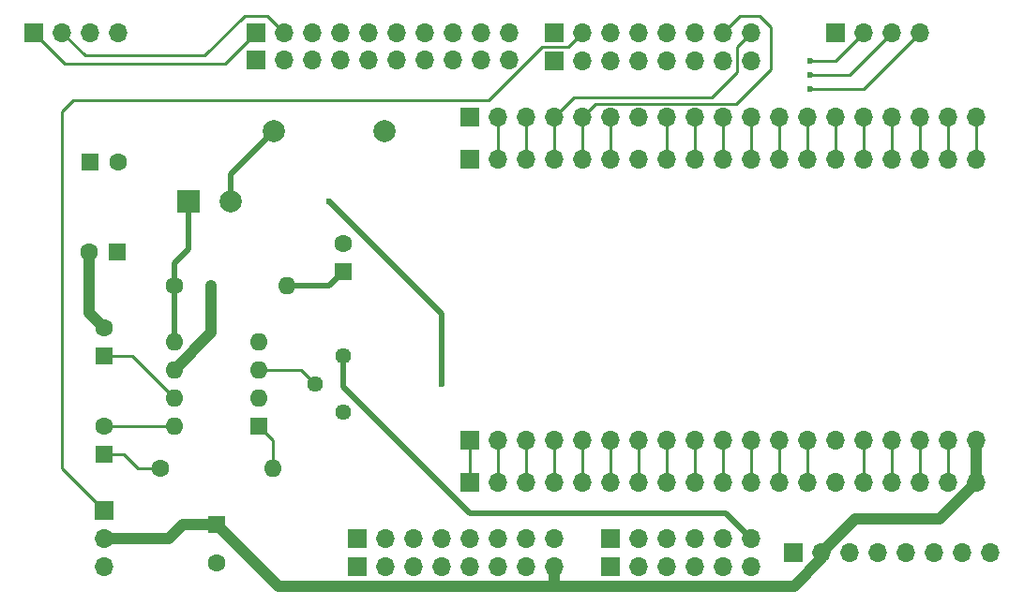
<source format=gbr>
%TF.GenerationSoftware,KiCad,Pcbnew,8.0.8*%
%TF.CreationDate,2025-03-25T01:40:29-04:00*%
%TF.ProjectId,SmartValvePCBv2,536d6172-7456-4616-9c76-655043427632,rev?*%
%TF.SameCoordinates,Original*%
%TF.FileFunction,Copper,L1,Top*%
%TF.FilePolarity,Positive*%
%FSLAX46Y46*%
G04 Gerber Fmt 4.6, Leading zero omitted, Abs format (unit mm)*
G04 Created by KiCad (PCBNEW 8.0.8) date 2025-03-25 01:40:29*
%MOMM*%
%LPD*%
G01*
G04 APERTURE LIST*
%TA.AperFunction,ComponentPad*%
%ADD10R,1.700000X1.700000*%
%TD*%
%TA.AperFunction,ComponentPad*%
%ADD11O,1.700000X1.700000*%
%TD*%
%TA.AperFunction,ComponentPad*%
%ADD12C,1.440000*%
%TD*%
%TA.AperFunction,ComponentPad*%
%ADD13R,1.600000X1.600000*%
%TD*%
%TA.AperFunction,ComponentPad*%
%ADD14C,1.600000*%
%TD*%
%TA.AperFunction,ComponentPad*%
%ADD15O,1.600000X1.600000*%
%TD*%
%TA.AperFunction,ComponentPad*%
%ADD16C,2.000000*%
%TD*%
%TA.AperFunction,ComponentPad*%
%ADD17R,2.000000X2.000000*%
%TD*%
%TA.AperFunction,ViaPad*%
%ADD18C,0.600000*%
%TD*%
%TA.AperFunction,Conductor*%
%ADD19C,1.000000*%
%TD*%
%TA.AperFunction,Conductor*%
%ADD20C,0.250000*%
%TD*%
%TA.AperFunction,Conductor*%
%ADD21C,0.500000*%
%TD*%
G04 APERTURE END LIST*
D10*
%TO.P,J1,1,Pin_1*%
%TO.N,unconnected-(J1-Pin_1-Pad1)*%
X127940000Y-97460000D03*
D11*
%TO.P,J1,2,Pin_2*%
%TO.N,/IOREF*%
X130480000Y-97460000D03*
%TO.P,J1,3,Pin_3*%
%TO.N,/~{RESET}*%
X133020000Y-97460000D03*
%TO.P,J1,4,Pin_4*%
%TO.N,+3V3*%
X135560000Y-97460000D03*
%TO.P,J1,5,Pin_5*%
%TO.N,+5V*%
X138100000Y-97460000D03*
%TO.P,J1,6,Pin_6*%
%TO.N,GND*%
X140640000Y-97460000D03*
%TO.P,J1,7,Pin_7*%
X143180000Y-97460000D03*
%TO.P,J1,8,Pin_8*%
%TO.N,VCC*%
X145720000Y-97460000D03*
%TD*%
D10*
%TO.P,J3,1,Pin_1*%
%TO.N,/A0*%
X150800000Y-97460000D03*
D11*
%TO.P,J3,2,Pin_2*%
%TO.N,/A1*%
X153340000Y-97460000D03*
%TO.P,J3,3,Pin_3*%
%TO.N,/A2*%
X155880000Y-97460000D03*
%TO.P,J3,4,Pin_4*%
%TO.N,/A3*%
X158420000Y-97460000D03*
%TO.P,J3,5,Pin_5*%
%TO.N,N/C*%
X160960000Y-97460000D03*
%TO.P,J3,6,Pin_6*%
X163500000Y-97460000D03*
%TD*%
D10*
%TO.P,J2,1,Pin_1*%
%TO.N,scl_p*%
X118796000Y-49200000D03*
D11*
%TO.P,J2,2,Pin_2*%
%TO.N,sda_p*%
X121336000Y-49200000D03*
%TO.P,J2,3,Pin_3*%
%TO.N,/AREF*%
X123876000Y-49200000D03*
%TO.P,J2,4,Pin_4*%
%TO.N,GND*%
X126416000Y-49200000D03*
%TO.P,J2,5,Pin_5*%
%TO.N,/13*%
X128956000Y-49200000D03*
%TO.P,J2,6,Pin_6*%
%TO.N,/12*%
X131496000Y-49200000D03*
%TO.P,J2,7,Pin_7*%
%TO.N,/\u002A11*%
X134036000Y-49200000D03*
%TO.P,J2,8,Pin_8*%
%TO.N,blue*%
X136576000Y-49200000D03*
%TO.P,J2,9,Pin_9*%
%TO.N,green*%
X139116000Y-49200000D03*
%TO.P,J2,10,Pin_10*%
%TO.N,red*%
X141656000Y-49200000D03*
%TD*%
D10*
%TO.P,J4,1,Pin_1*%
%TO.N,/7*%
X145720000Y-49200000D03*
D11*
%TO.P,J4,2,Pin_2*%
%TO.N,PTC2*%
X148260000Y-49200000D03*
%TO.P,J4,3,Pin_3*%
%TO.N,/\u002A5*%
X150800000Y-49200000D03*
%TO.P,J4,4,Pin_4*%
%TO.N,/4*%
X153340000Y-49200000D03*
%TO.P,J4,5,Pin_5*%
%TO.N,/\u002A3*%
X155880000Y-49200000D03*
%TO.P,J4,6,Pin_6*%
%TO.N,/2*%
X158420000Y-49200000D03*
%TO.P,J4,7,Pin_7*%
%TO.N,UA1*%
X160960000Y-49200000D03*
%TO.P,J4,8,Pin_8*%
%TO.N,UA0*%
X163500000Y-49200000D03*
%TD*%
D12*
%TO.P,Pot1,1,1*%
%TO.N,Audio1*%
X126655000Y-78410000D03*
%TO.P,Pot1,2,2*%
%TO.N,Net-(U1-+)*%
X124115000Y-80950000D03*
%TO.P,Pot1,3,3*%
%TO.N,GND*%
X126655000Y-83490000D03*
%TD*%
D10*
%TO.P,J9-ESP32,1,Pin_1*%
%TO.N,Net-(J9-ESP32-2-Pin_1)*%
X138100000Y-86030000D03*
D11*
%TO.P,J9-ESP32,2,Pin_2*%
%TO.N,Net-(J9-ESP32-2-Pin_2)*%
X140640000Y-86030000D03*
%TO.P,J9-ESP32,3,Pin_3*%
%TO.N,Net-(J9-ESP32-2-Pin_3)*%
X143180000Y-86030000D03*
%TO.P,J9-ESP32,4,Pin_4*%
%TO.N,Net-(J9-ESP32-2-Pin_4)*%
X145720000Y-86030000D03*
%TO.P,J9-ESP32,5,Pin_5*%
%TO.N,Net-(J9-ESP32-2-Pin_5)*%
X148260000Y-86030000D03*
%TO.P,J9-ESP32,6,Pin_6*%
%TO.N,Net-(J9-ESP32-2-Pin_6)*%
X150800000Y-86030000D03*
%TO.P,J9-ESP32,7,Pin_7*%
%TO.N,Net-(J9-ESP32-2-Pin_7)*%
X153340000Y-86030000D03*
%TO.P,J9-ESP32,8,Pin_8*%
%TO.N,Net-(J9-ESP32-2-Pin_8)*%
X155880000Y-86030000D03*
%TO.P,J9-ESP32,9,Pin_9*%
%TO.N,Net-(J9-ESP32-2-Pin_9)*%
X158420000Y-86030000D03*
%TO.P,J9-ESP32,10,Pin_10*%
%TO.N,Net-(J9-ESP32-2-Pin_10)*%
X160960000Y-86030000D03*
%TO.P,J9-ESP32,11,Pin_11*%
%TO.N,Net-(J9-ESP32-2-Pin_11)*%
X163500000Y-86030000D03*
%TO.P,J9-ESP32,12,Pin_12*%
%TO.N,Net-(J9-ESP32-2-Pin_12)*%
X166040000Y-86030000D03*
%TO.P,J9-ESP32,13,Pin_13*%
%TO.N,Net-(J9-ESP32-2-Pin_13)*%
X168580000Y-86030000D03*
%TO.P,J9-ESP32,14,Pin_14*%
%TO.N,GND*%
X171120000Y-86030000D03*
%TO.P,J9-ESP32,15,Pin_15*%
%TO.N,Net-(J9-ESP32-2-Pin_15)*%
X173660000Y-86030000D03*
%TO.P,J9-ESP32,16,Pin_16*%
%TO.N,Net-(J9-ESP32-2-Pin_16)*%
X176200000Y-86030000D03*
%TO.P,J9-ESP32,17,Pin_17*%
%TO.N,Net-(J9-ESP32-2-Pin_17)*%
X178740000Y-86030000D03*
%TO.P,J9-ESP32,18,Pin_18*%
%TO.N,Net-(J9-ESP32-2-Pin_18)*%
X181280000Y-86030000D03*
%TO.P,J9-ESP32,19,Pin_19*%
%TO.N,VCC*%
X183820000Y-86030000D03*
%TD*%
D13*
%TO.P,C5,1*%
%TO.N,GND*%
X103810000Y-60884000D03*
D14*
%TO.P,C5,2*%
%TO.N,VCC*%
X106310000Y-60884000D03*
%TD*%
D10*
%TO.P,J10-ESP32-2,1,Pin_1*%
%TO.N,GND*%
X138100000Y-56820000D03*
D11*
%TO.P,J10-ESP32-2,2,Pin_2*%
%TO.N,Net-(J10-ESP32-2-Pin_2)*%
X140640000Y-56820000D03*
%TO.P,J10-ESP32-2,3,Pin_3*%
%TO.N,Net-(J10-ESP32-2-Pin_3)*%
X143180000Y-56820000D03*
%TO.P,J10-ESP32-2,4,Pin_4*%
%TO.N,UA0*%
X145720000Y-56820000D03*
%TO.P,J10-ESP32-2,5,Pin_5*%
%TO.N,UA1*%
X148260000Y-56820000D03*
%TO.P,J10-ESP32-2,6,Pin_6*%
%TO.N,Net-(J10-ESP32-2-Pin_6)*%
X150800000Y-56820000D03*
%TO.P,J10-ESP32-2,7,Pin_7*%
%TO.N,GND*%
X153340000Y-56820000D03*
%TO.P,J10-ESP32-2,8,Pin_8*%
%TO.N,Net-(J10-ESP32-2-Pin_8)*%
X155880000Y-56820000D03*
%TO.P,J10-ESP32-2,9,Pin_9*%
%TO.N,Net-(J10-ESP32-2-Pin_9)*%
X158420000Y-56820000D03*
%TO.P,J10-ESP32-2,10,Pin_10*%
%TO.N,Net-(J10-ESP32-2-Pin_10)*%
X160960000Y-56820000D03*
%TO.P,J10-ESP32-2,11,Pin_11*%
%TO.N,Net-(J10-ESP32-2-Pin_11)*%
X163500000Y-56820000D03*
%TO.P,J10-ESP32-2,12,Pin_12*%
%TO.N,Net-(J10-ESP32-2-Pin_12)*%
X166040000Y-56820000D03*
%TO.P,J10-ESP32-2,13,Pin_13*%
%TO.N,Net-(J10-ESP32-2-Pin_13)*%
X168580000Y-56820000D03*
%TO.P,J10-ESP32-2,14,Pin_14*%
%TO.N,Net-(J10-ESP32-2-Pin_14)*%
X171120000Y-56820000D03*
%TO.P,J10-ESP32-2,15,Pin_15*%
%TO.N,Net-(J10-ESP32-2-Pin_15)*%
X173660000Y-56820000D03*
%TO.P,J10-ESP32-2,16,Pin_16*%
%TO.N,Net-(J10-ESP32-2-Pin_16)*%
X176200000Y-56820000D03*
%TO.P,J10-ESP32-2,17,Pin_17*%
%TO.N,Net-(J10-ESP32-2-Pin_17)*%
X178740000Y-56820000D03*
%TO.P,J10-ESP32-2,18,Pin_18*%
%TO.N,Net-(J10-ESP32-2-Pin_18)*%
X181280000Y-56820000D03*
%TO.P,J10-ESP32-2,19,Pin_19*%
%TO.N,Net-(J10-ESP32-2-Pin_19)*%
X183820000Y-56820000D03*
%TD*%
D13*
%TO.P,C3,1*%
%TO.N,Net-(C3-Pad1)*%
X126670000Y-70790000D03*
D14*
%TO.P,C3,2*%
%TO.N,GND*%
X126670000Y-68290000D03*
%TD*%
D10*
%TO.P,J10-Servo1,1,Pin_1*%
%TO.N,PTC2*%
X105080000Y-92395000D03*
D11*
%TO.P,J10-Servo1,2,Pin_2*%
%TO.N,VCC*%
X105080000Y-94935000D03*
%TO.P,J10-Servo1,3,Pin_3*%
%TO.N,GND*%
X105080000Y-97475000D03*
%TD*%
D10*
%TO.P,J9-DEV-14495,1,Pin_1*%
%TO.N,scl_p*%
X98730000Y-49200000D03*
D11*
%TO.P,J9-DEV-14495,2,Pin_2*%
%TO.N,sda_p*%
X101270000Y-49200000D03*
%TO.P,J9-DEV-14495,3,Pin_3*%
%TO.N,+3V3*%
X103810000Y-49200000D03*
%TO.P,J9-DEV-14495,4,Pin_4*%
%TO.N,GND*%
X106350000Y-49200000D03*
%TD*%
D10*
%TO.P,J10-ESP32,1,Pin_1*%
%TO.N,GND*%
X138100000Y-60630000D03*
D11*
%TO.P,J10-ESP32,2,Pin_2*%
%TO.N,Net-(J10-ESP32-2-Pin_2)*%
X140640000Y-60630000D03*
%TO.P,J10-ESP32,3,Pin_3*%
%TO.N,Net-(J10-ESP32-2-Pin_3)*%
X143180000Y-60630000D03*
%TO.P,J10-ESP32,4,Pin_4*%
%TO.N,UA0*%
X145720000Y-60630000D03*
%TO.P,J10-ESP32,5,Pin_5*%
%TO.N,UA1*%
X148260000Y-60630000D03*
%TO.P,J10-ESP32,6,Pin_6*%
%TO.N,Net-(J10-ESP32-2-Pin_6)*%
X150800000Y-60630000D03*
%TO.P,J10-ESP32,7,Pin_7*%
%TO.N,GND*%
X153340000Y-60630000D03*
%TO.P,J10-ESP32,8,Pin_8*%
%TO.N,Net-(J10-ESP32-2-Pin_8)*%
X155880000Y-60630000D03*
%TO.P,J10-ESP32,9,Pin_9*%
%TO.N,Net-(J10-ESP32-2-Pin_9)*%
X158420000Y-60630000D03*
%TO.P,J10-ESP32,10,Pin_10*%
%TO.N,Net-(J10-ESP32-2-Pin_10)*%
X160960000Y-60630000D03*
%TO.P,J10-ESP32,11,Pin_11*%
%TO.N,Net-(J10-ESP32-2-Pin_11)*%
X163500000Y-60630000D03*
%TO.P,J10-ESP32,12,Pin_12*%
%TO.N,Net-(J10-ESP32-2-Pin_12)*%
X166040000Y-60630000D03*
%TO.P,J10-ESP32,13,Pin_13*%
%TO.N,Net-(J10-ESP32-2-Pin_13)*%
X168580000Y-60630000D03*
%TO.P,J10-ESP32,14,Pin_14*%
%TO.N,Net-(J10-ESP32-2-Pin_14)*%
X171120000Y-60630000D03*
%TO.P,J10-ESP32,15,Pin_15*%
%TO.N,Net-(J10-ESP32-2-Pin_15)*%
X173660000Y-60630000D03*
%TO.P,J10-ESP32,16,Pin_16*%
%TO.N,Net-(J10-ESP32-2-Pin_16)*%
X176200000Y-60630000D03*
%TO.P,J10-ESP32,17,Pin_17*%
%TO.N,Net-(J10-ESP32-2-Pin_17)*%
X178740000Y-60630000D03*
%TO.P,J10-ESP32,18,Pin_18*%
%TO.N,Net-(J10-ESP32-2-Pin_18)*%
X181280000Y-60630000D03*
%TO.P,J10-ESP32,19,Pin_19*%
%TO.N,Net-(J10-ESP32-2-Pin_19)*%
X183820000Y-60630000D03*
%TD*%
D13*
%TO.P,C6,1*%
%TO.N,VCC*%
X106241395Y-69012000D03*
D14*
%TO.P,C6,2*%
%TO.N,GND*%
X103741395Y-69012000D03*
%TD*%
D10*
%TO.P,J12-RGB1,1,Pin_1*%
%TO.N,GND*%
X171130000Y-49200000D03*
D11*
%TO.P,J12-RGB1,2,Pin_2*%
%TO.N,red*%
X173670000Y-49200000D03*
%TO.P,J12-RGB1,3,Pin_3*%
%TO.N,green*%
X176210000Y-49200000D03*
%TO.P,J12-RGB1,4,Pin_4*%
%TO.N,blue*%
X178750000Y-49200000D03*
%TD*%
D14*
%TO.P,R1,1*%
%TO.N,Net-(C1-Pad1)*%
X110160000Y-88570000D03*
D15*
%TO.P,R1,2*%
%TO.N,Net-(R1-Pad2)*%
X120320000Y-88570000D03*
%TD*%
D10*
%TO.P,J8,1,Pin_1*%
%TO.N,unconnected-(J8-Pin_1-Pad1)*%
X145720000Y-51740000D03*
D11*
%TO.P,J8,2,Pin_2*%
%TO.N,unconnected-(J8-Pin_2-Pad2)*%
X148260000Y-51740000D03*
%TO.P,J8,3,Pin_3*%
%TO.N,unconnected-(J8-Pin_3-Pad3)*%
X150800000Y-51740000D03*
%TO.P,J8,4,Pin_4*%
%TO.N,unconnected-(J8-Pin_4-Pad4)*%
X153340000Y-51740000D03*
%TO.P,J8,5,Pin_5*%
%TO.N,unconnected-(J8-Pin_5-Pad5)*%
X155880000Y-51740000D03*
%TO.P,J8,6,Pin_6*%
%TO.N,unconnected-(J8-Pin_6-Pad6)*%
X158420000Y-51740000D03*
%TO.P,J8,7,Pin_7*%
%TO.N,unconnected-(J8-Pin_7-Pad7)*%
X160960000Y-51740000D03*
%TO.P,J8,8,Pin_8*%
%TO.N,unconnected-(J8-Pin_8-Pad8)*%
X163500000Y-51740000D03*
%TD*%
D13*
%TO.P,C4,1*%
%TO.N,Net-(U1-BYPASS)*%
X105080000Y-78410000D03*
D14*
%TO.P,C4,2*%
%TO.N,GND*%
X105080000Y-75910000D03*
%TD*%
D10*
%TO.P,J9-ESP32-2,1,Pin_1*%
%TO.N,Net-(J9-ESP32-2-Pin_1)*%
X138100000Y-89840000D03*
D11*
%TO.P,J9-ESP32-2,2,Pin_2*%
%TO.N,Net-(J9-ESP32-2-Pin_2)*%
X140640000Y-89840000D03*
%TO.P,J9-ESP32-2,3,Pin_3*%
%TO.N,Net-(J9-ESP32-2-Pin_3)*%
X143180000Y-89840000D03*
%TO.P,J9-ESP32-2,4,Pin_4*%
%TO.N,Net-(J9-ESP32-2-Pin_4)*%
X145720000Y-89840000D03*
%TO.P,J9-ESP32-2,5,Pin_5*%
%TO.N,Net-(J9-ESP32-2-Pin_5)*%
X148260000Y-89840000D03*
%TO.P,J9-ESP32-2,6,Pin_6*%
%TO.N,Net-(J9-ESP32-2-Pin_6)*%
X150800000Y-89840000D03*
%TO.P,J9-ESP32-2,7,Pin_7*%
%TO.N,Net-(J9-ESP32-2-Pin_7)*%
X153340000Y-89840000D03*
%TO.P,J9-ESP32-2,8,Pin_8*%
%TO.N,Net-(J9-ESP32-2-Pin_8)*%
X155880000Y-89840000D03*
%TO.P,J9-ESP32-2,9,Pin_9*%
%TO.N,Net-(J9-ESP32-2-Pin_9)*%
X158420000Y-89840000D03*
%TO.P,J9-ESP32-2,10,Pin_10*%
%TO.N,Net-(J9-ESP32-2-Pin_10)*%
X160960000Y-89840000D03*
%TO.P,J9-ESP32-2,11,Pin_11*%
%TO.N,Net-(J9-ESP32-2-Pin_11)*%
X163500000Y-89840000D03*
%TO.P,J9-ESP32-2,12,Pin_12*%
%TO.N,Net-(J9-ESP32-2-Pin_12)*%
X166040000Y-89840000D03*
%TO.P,J9-ESP32-2,13,Pin_13*%
%TO.N,Net-(J9-ESP32-2-Pin_13)*%
X168580000Y-89840000D03*
%TO.P,J9-ESP32-2,14,Pin_14*%
%TO.N,GND*%
X171120000Y-89840000D03*
%TO.P,J9-ESP32-2,15,Pin_15*%
%TO.N,Net-(J9-ESP32-2-Pin_15)*%
X173660000Y-89840000D03*
%TO.P,J9-ESP32-2,16,Pin_16*%
%TO.N,Net-(J9-ESP32-2-Pin_16)*%
X176200000Y-89840000D03*
%TO.P,J9-ESP32-2,17,Pin_17*%
%TO.N,Net-(J9-ESP32-2-Pin_17)*%
X178740000Y-89840000D03*
%TO.P,J9-ESP32-2,18,Pin_18*%
%TO.N,Net-(J9-ESP32-2-Pin_18)*%
X181280000Y-89840000D03*
%TO.P,J9-ESP32-2,19,Pin_19*%
%TO.N,VCC*%
X183820000Y-89840000D03*
%TD*%
D16*
%TO.P,LS1,1,1*%
%TO.N,Net-(C2-Pad2)*%
X120400000Y-58090000D03*
%TO.P,LS1,2,2*%
%TO.N,GND*%
X130400000Y-58090000D03*
%TD*%
D10*
%TO.P,J6,1,Pin_1*%
%TO.N,unconnected-(J6-Pin_1-Pad1)*%
X118803562Y-51722042D03*
D11*
%TO.P,J6,2,Pin_2*%
%TO.N,unconnected-(J6-Pin_2-Pad2)*%
X121343562Y-51722042D03*
%TO.P,J6,3,Pin_3*%
%TO.N,unconnected-(J6-Pin_3-Pad3)*%
X123883562Y-51722042D03*
%TO.P,J6,4,Pin_4*%
%TO.N,unconnected-(J6-Pin_4-Pad4)*%
X126423562Y-51722042D03*
%TO.P,J6,5,Pin_5*%
%TO.N,unconnected-(J6-Pin_5-Pad5)*%
X128963562Y-51722042D03*
%TO.P,J6,6,Pin_6*%
%TO.N,unconnected-(J6-Pin_6-Pad6)*%
X131503562Y-51722042D03*
%TO.P,J6,7,Pin_7*%
%TO.N,unconnected-(J6-Pin_7-Pad7)*%
X134043562Y-51722042D03*
%TO.P,J6,8,Pin_8*%
%TO.N,unconnected-(J6-Pin_8-Pad8)*%
X136583562Y-51722042D03*
%TO.P,J6,9,Pin_9*%
%TO.N,unconnected-(J6-Pin_9-Pad9)*%
X139123562Y-51722042D03*
%TO.P,J6,10,Pin_10*%
%TO.N,unconnected-(J6-Pin_10-Pad10)*%
X141663562Y-51722042D03*
%TD*%
D14*
%TO.P,R2,1*%
%TO.N,Net-(C2-Pad1)*%
X111430000Y-72060000D03*
D15*
%TO.P,R2,2*%
%TO.N,Net-(C3-Pad1)*%
X121590000Y-72060000D03*
%TD*%
D17*
%TO.P,C2,1*%
%TO.N,Net-(C2-Pad1)*%
X112700000Y-64440000D03*
D16*
%TO.P,C2,2*%
%TO.N,Net-(C2-Pad2)*%
X116500000Y-64440000D03*
%TD*%
D13*
%TO.P,U1,1,GAIN*%
%TO.N,Net-(R1-Pad2)*%
X119040000Y-84750000D03*
D15*
%TO.P,U1,2,-*%
%TO.N,GND*%
X119040000Y-82210000D03*
%TO.P,U1,3,+*%
%TO.N,Net-(U1-+)*%
X119040000Y-79670000D03*
%TO.P,U1,4,GND*%
%TO.N,GND*%
X119040000Y-77130000D03*
%TO.P,U1,5*%
%TO.N,Net-(C2-Pad1)*%
X111420000Y-77130000D03*
%TO.P,U1,6,V+*%
%TO.N,VCC*%
X111420000Y-79670000D03*
%TO.P,U1,7,BYPASS*%
%TO.N,Net-(U1-BYPASS)*%
X111420000Y-82210000D03*
%TO.P,U1,8,GAIN*%
%TO.N,Net-(C1-Pad2)*%
X111420000Y-84750000D03*
%TD*%
D10*
%TO.P,J5,1,Pin_1*%
%TO.N,unconnected-(J5-Pin_1-Pad1)*%
X127960000Y-94920000D03*
D11*
%TO.P,J5,2,Pin_2*%
%TO.N,unconnected-(J5-Pin_2-Pad2)*%
X130500000Y-94920000D03*
%TO.P,J5,3,Pin_3*%
%TO.N,unconnected-(J5-Pin_3-Pad3)*%
X133040000Y-94920000D03*
%TO.P,J5,4,Pin_4*%
%TO.N,unconnected-(J5-Pin_4-Pad4)*%
X135580000Y-94920000D03*
%TO.P,J5,5,Pin_5*%
%TO.N,unconnected-(J5-Pin_5-Pad5)*%
X138120000Y-94920000D03*
%TO.P,J5,6,Pin_6*%
%TO.N,unconnected-(J5-Pin_6-Pad6)*%
X140660000Y-94920000D03*
%TO.P,J5,7,Pin_7*%
%TO.N,unconnected-(J5-Pin_7-Pad7)*%
X143200000Y-94920000D03*
%TO.P,J5,8,Pin_8*%
%TO.N,unconnected-(J5-Pin_8-Pad8)*%
X145740000Y-94920000D03*
%TD*%
D10*
%TO.P,J7,1,Pin_1*%
%TO.N,unconnected-(J7-Pin_1-Pad1)*%
X150800000Y-94920000D03*
D11*
%TO.P,J7,2,Pin_2*%
%TO.N,unconnected-(J7-Pin_2-Pad2)*%
X153340000Y-94920000D03*
%TO.P,J7,3,Pin_3*%
%TO.N,unconnected-(J7-Pin_3-Pad3)*%
X155880000Y-94920000D03*
%TO.P,J7,4,Pin_4*%
%TO.N,unconnected-(J7-Pin_4-Pad4)*%
X158420000Y-94920000D03*
%TO.P,J7,5,Pin_5*%
%TO.N,N/C*%
X160960000Y-94920000D03*
%TO.P,J7,6,Pin_6*%
%TO.N,Audio1*%
X163500000Y-94920000D03*
%TD*%
D13*
%TO.P,C1,1*%
%TO.N,Net-(C1-Pad1)*%
X105080000Y-87300000D03*
D14*
%TO.P,C1,2*%
%TO.N,Net-(C1-Pad2)*%
X105080000Y-84800000D03*
%TD*%
D13*
%TO.P,C1_Servo1,1*%
%TO.N,VCC*%
X115240000Y-93650000D03*
D14*
%TO.P,C1_Servo1,2*%
%TO.N,GND*%
X115240000Y-97150000D03*
%TD*%
D10*
%TO.P,J11-USBC1,1,Pin_1*%
%TO.N,GND*%
X167310000Y-96190000D03*
D11*
%TO.P,J11-USBC1,2,Pin_2*%
%TO.N,VCC*%
X169850000Y-96190000D03*
%TO.P,J11-USBC1,3,Pin_3*%
%TO.N,unconnected-(J11-USBC1-Pin_3-Pad3)*%
X172390000Y-96190000D03*
%TO.P,J11-USBC1,4,Pin_4*%
%TO.N,unconnected-(J11-USBC1-Pin_4-Pad4)*%
X174930000Y-96190000D03*
%TO.P,J11-USBC1,5,Pin_5*%
%TO.N,unconnected-(J11-USBC1-Pin_5-Pad5)*%
X177470000Y-96190000D03*
%TO.P,J11-USBC1,6,Pin_6*%
%TO.N,unconnected-(J11-USBC1-Pin_6-Pad6)*%
X180010000Y-96190000D03*
%TO.P,J11-USBC1,7,Pin_7*%
%TO.N,unconnected-(J11-USBC1-Pin_7-Pad7)*%
X182550000Y-96190000D03*
%TO.P,J11-USBC1,8,Pin_8*%
%TO.N,unconnected-(J11-USBC1-Pin_8-Pad8)*%
X185090000Y-96190000D03*
%TD*%
D18*
%TO.N,+3V3*%
X125400000Y-64440000D03*
X135560000Y-80950000D03*
%TO.N,VCC*%
X114732000Y-72060000D03*
X110160000Y-94935000D03*
%TO.N,blue*%
X168834000Y-54280000D03*
%TO.N,red*%
X168834000Y-51740000D03*
%TO.N,green*%
X168834000Y-53010000D03*
%TD*%
D19*
%TO.N,GND*%
X105080000Y-75910000D02*
X103741395Y-74571395D01*
D20*
X103741395Y-60952605D02*
X103810000Y-60884000D01*
D19*
X103741395Y-74571395D02*
X103741395Y-69012000D01*
D20*
%TO.N,scl_p*%
X101524000Y-51994000D02*
X98730000Y-49200000D01*
X118796000Y-49200000D02*
X116002000Y-51994000D01*
X116002000Y-51994000D02*
X101524000Y-51994000D01*
%TO.N,sda_p*%
X114166000Y-51290000D02*
X103360000Y-51290000D01*
X117780000Y-47676000D02*
X114166000Y-51290000D01*
X103360000Y-51290000D02*
X101270000Y-49200000D01*
X121336000Y-49200000D02*
X119812000Y-47676000D01*
X119812000Y-47676000D02*
X117780000Y-47676000D01*
%TO.N,PTC2*%
X101270000Y-88585000D02*
X105080000Y-92395000D01*
X146990000Y-50470000D02*
X144577305Y-50470000D01*
X101270000Y-56312000D02*
X101270000Y-88585000D01*
X144577305Y-50470000D02*
X139751305Y-55296000D01*
X148260000Y-49200000D02*
X146990000Y-50470000D01*
X139751305Y-55296000D02*
X102286000Y-55296000D01*
X102286000Y-55296000D02*
X101270000Y-56312000D01*
%TO.N,UA1*%
X162135000Y-55645000D02*
X149435000Y-55645000D01*
X160960000Y-49200000D02*
X162484000Y-47676000D01*
X165278000Y-52502000D02*
X162135000Y-55645000D01*
X149435000Y-55645000D02*
X148260000Y-56820000D01*
X162484000Y-47676000D02*
X164262000Y-47676000D01*
X165278000Y-48692000D02*
X165278000Y-52502000D01*
X164262000Y-47676000D02*
X165278000Y-48692000D01*
X148260000Y-56820000D02*
X148260000Y-60630000D01*
%TO.N,UA0*%
X162230000Y-52756000D02*
X159944000Y-55042000D01*
X147498000Y-55042000D02*
X145720000Y-56820000D01*
X163500000Y-49200000D02*
X162230000Y-50470000D01*
X145720000Y-56820000D02*
X145720000Y-60630000D01*
X159944000Y-55042000D02*
X147498000Y-55042000D01*
X162230000Y-50470000D02*
X162230000Y-52756000D01*
D21*
%TO.N,+3V3*%
X135560000Y-80950000D02*
X135560000Y-74600000D01*
X135560000Y-74600000D02*
X125400000Y-64440000D01*
D19*
%TO.N,VCC*%
X120828000Y-99238000D02*
X143942000Y-99238000D01*
X105080000Y-94935000D02*
X110160000Y-94935000D01*
X169850000Y-96190000D02*
X169850000Y-96750000D01*
X167362000Y-99238000D02*
X143942000Y-99238000D01*
X169850000Y-96190000D02*
X172898000Y-93142000D01*
X180518000Y-93142000D02*
X183820000Y-89840000D01*
X112192000Y-93650000D02*
X115240000Y-93650000D01*
X172898000Y-93142000D02*
X180518000Y-93142000D01*
X143942000Y-99238000D02*
X145720000Y-99238000D01*
X115240000Y-93650000D02*
X120828000Y-99238000D01*
X169850000Y-96750000D02*
X167362000Y-99238000D01*
X110907000Y-94935000D02*
X112192000Y-93650000D01*
X114732000Y-72060000D02*
X114732000Y-76358000D01*
X145720000Y-99238000D02*
X145720000Y-97460000D01*
X183820000Y-89840000D02*
X183820000Y-86030000D01*
X110160000Y-94935000D02*
X110907000Y-94935000D01*
X114732000Y-76358000D02*
X111420000Y-79670000D01*
D20*
%TO.N,Net-(C1-Pad1)*%
X105080000Y-87300000D02*
X106858000Y-87300000D01*
X108128000Y-88570000D02*
X110160000Y-88570000D01*
X106858000Y-87300000D02*
X108128000Y-88570000D01*
%TO.N,Net-(C1-Pad2)*%
X111420000Y-84750000D02*
X105130000Y-84750000D01*
X105130000Y-84750000D02*
X105080000Y-84800000D01*
D21*
%TO.N,Net-(C2-Pad2)*%
X116500000Y-61990000D02*
X120400000Y-58090000D01*
X116500000Y-64440000D02*
X116500000Y-61990000D01*
D20*
%TO.N,Net-(C2-Pad1)*%
X111430000Y-77120000D02*
X111420000Y-77130000D01*
D21*
X112700000Y-64440000D02*
X112700000Y-68758000D01*
X111430000Y-70028000D02*
X111430000Y-72060000D01*
X111430000Y-72060000D02*
X111430000Y-77120000D01*
X112700000Y-68758000D02*
X111430000Y-70028000D01*
%TO.N,Net-(C3-Pad1)*%
X125400000Y-72060000D02*
X126670000Y-70790000D01*
X121590000Y-72060000D02*
X125400000Y-72060000D01*
D20*
%TO.N,Net-(U1-BYPASS)*%
X107620000Y-78410000D02*
X111420000Y-82210000D01*
X105080000Y-78410000D02*
X107620000Y-78410000D01*
D21*
%TO.N,Audio1*%
X138100000Y-92634000D02*
X161214000Y-92634000D01*
X126655000Y-78410000D02*
X126655000Y-81189000D01*
X161214000Y-92634000D02*
X163500000Y-94920000D01*
X126655000Y-81189000D02*
X138100000Y-92634000D01*
D20*
%TO.N,Net-(U1-+)*%
X119040000Y-79670000D02*
X122835000Y-79670000D01*
X122835000Y-79670000D02*
X124115000Y-80950000D01*
%TO.N,Net-(R1-Pad2)*%
X120320000Y-86030000D02*
X120320000Y-88570000D01*
X119040000Y-84750000D02*
X120320000Y-86030000D01*
%TO.N,Net-(J9-ESP32-2-Pin_13)*%
X168580000Y-86030000D02*
X168580000Y-89840000D01*
%TO.N,Net-(J9-ESP32-2-Pin_10)*%
X160960000Y-86030000D02*
X160960000Y-89840000D01*
%TO.N,Net-(J9-ESP32-2-Pin_2)*%
X140640000Y-86030000D02*
X140640000Y-89840000D01*
%TO.N,Net-(J9-ESP32-2-Pin_15)*%
X173660000Y-86030000D02*
X173660000Y-89840000D01*
%TO.N,Net-(J9-ESP32-2-Pin_9)*%
X158420000Y-86030000D02*
X158420000Y-89840000D01*
%TO.N,Net-(J9-ESP32-2-Pin_6)*%
X150800000Y-86030000D02*
X150800000Y-89840000D01*
%TO.N,Net-(J9-ESP32-2-Pin_1)*%
X138100000Y-86030000D02*
X138100000Y-89840000D01*
%TO.N,Net-(J9-ESP32-2-Pin_18)*%
X181280000Y-86030000D02*
X181280000Y-89840000D01*
%TO.N,Net-(J9-ESP32-2-Pin_16)*%
X176200000Y-86030000D02*
X176200000Y-89840000D01*
%TO.N,Net-(J9-ESP32-2-Pin_3)*%
X143180000Y-86030000D02*
X143180000Y-89840000D01*
%TO.N,Net-(J9-ESP32-2-Pin_12)*%
X166040000Y-86030000D02*
X166040000Y-89840000D01*
%TO.N,Net-(J9-ESP32-2-Pin_7)*%
X153340000Y-86030000D02*
X153340000Y-89840000D01*
%TO.N,Net-(J9-ESP32-2-Pin_11)*%
X163500000Y-86030000D02*
X163500000Y-89840000D01*
%TO.N,Net-(J9-ESP32-2-Pin_5)*%
X148260000Y-86030000D02*
X148260000Y-89840000D01*
%TO.N,Net-(J9-ESP32-2-Pin_8)*%
X155880000Y-86030000D02*
X155880000Y-89840000D01*
%TO.N,Net-(J9-ESP32-2-Pin_4)*%
X145720000Y-86030000D02*
X145720000Y-89840000D01*
%TO.N,Net-(J9-ESP32-2-Pin_17)*%
X178740000Y-86030000D02*
X178740000Y-89840000D01*
%TO.N,Net-(J10-ESP32-2-Pin_3)*%
X143180000Y-56820000D02*
X143180000Y-60630000D01*
%TO.N,Net-(J10-ESP32-2-Pin_19)*%
X183820000Y-56820000D02*
X183820000Y-60630000D01*
%TO.N,Net-(J10-ESP32-2-Pin_14)*%
X171120000Y-56820000D02*
X171120000Y-60630000D01*
%TO.N,Net-(J10-ESP32-2-Pin_8)*%
X155880000Y-56820000D02*
X155880000Y-60630000D01*
%TO.N,Net-(J10-ESP32-2-Pin_12)*%
X166040000Y-56820000D02*
X166040000Y-60630000D01*
%TO.N,Net-(J10-ESP32-2-Pin_13)*%
X168580000Y-56820000D02*
X168580000Y-60630000D01*
%TO.N,Net-(J10-ESP32-2-Pin_15)*%
X173660000Y-56820000D02*
X173660000Y-60630000D01*
%TO.N,Net-(J10-ESP32-2-Pin_11)*%
X163500000Y-56820000D02*
X163500000Y-60630000D01*
%TO.N,Net-(J10-ESP32-2-Pin_17)*%
X178740000Y-56820000D02*
X178740000Y-60630000D01*
%TO.N,Net-(J10-ESP32-2-Pin_10)*%
X160960000Y-56820000D02*
X160960000Y-60630000D01*
%TO.N,Net-(J10-ESP32-2-Pin_6)*%
X150800000Y-56820000D02*
X150800000Y-60630000D01*
%TO.N,Net-(J10-ESP32-2-Pin_2)*%
X140640000Y-56820000D02*
X140640000Y-60630000D01*
%TO.N,Net-(J10-ESP32-2-Pin_18)*%
X181280000Y-56820000D02*
X181280000Y-60630000D01*
%TO.N,Net-(J10-ESP32-2-Pin_9)*%
X158420000Y-56820000D02*
X158420000Y-60630000D01*
%TO.N,Net-(J10-ESP32-2-Pin_16)*%
X176200000Y-56820000D02*
X176200000Y-60630000D01*
%TO.N,blue*%
X178750000Y-49200000D02*
X173670000Y-54280000D01*
X173670000Y-54280000D02*
X168834000Y-54280000D01*
%TO.N,red*%
X171130000Y-51740000D02*
X168834000Y-51740000D01*
X173670000Y-49200000D02*
X171130000Y-51740000D01*
%TO.N,green*%
X176210000Y-49200000D02*
X172400000Y-53010000D01*
X172400000Y-53010000D02*
X168834000Y-53010000D01*
%TD*%
M02*

</source>
